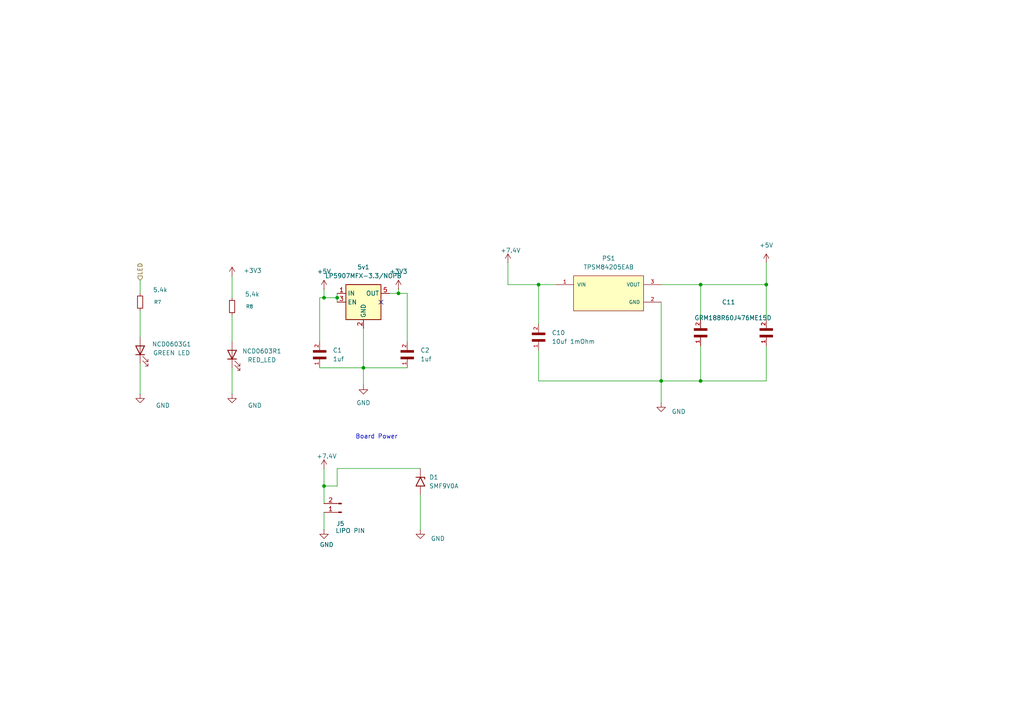
<source format=kicad_sch>
(kicad_sch (version 20250114) (generator "eeschema") (generator_version "9.0")
  (paper "A4")
  (lib_symbols
    (symbol "Connector:Conn_01x02_Pin" (pin_names (offset 1.016) (hide yes))
      (property "Reference" "J5" (at 1.524 3.302 0))
      (property "Value" "LIPO PIN" (at 1.778 5.334 0))
      (symbol "Conn_01x02_Pin_1_1"
        (rectangle (start 0.8636 0.127) (end 0 -0.127) (stroke (width 0.1524)) (fill (type outline)))
        (rectangle (start 0.8636 -2.413) (end 0 -2.667) (stroke (width 0.1524)) (fill (type outline)))
        (polyline (pts (xy 1.27 0) (xy 0.8636 0)) (stroke (width 0.1524)))
        (polyline (pts (xy 1.27 -2.54) (xy 0.8636 -2.54)) (stroke (width 0.1524)))
        (pin output line (at 5.08 0 180) (length 3.81) (name "7.4v") (number "1"))
        (pin input line (at 5.08 -2.54 180) (length 3.81) (name "GND") (number "2"))
      )
    )
    (symbol "Device:LED" (pin_numbers (hide yes)) (pin_names (offset 1.016) (hide yes))
      (property "Reference" "D" (at 0 2.54 0))
      (property "Value" "LED" (at 0 -2.54 0))
      (symbol "LED_0_1"
        (polyline (pts (xy -3.048 -0.762) (xy -4.572 -2.286) (xy -3.81 -2.286) (xy -4.572 -2.286) (xy -4.572 -1.524)))
        (polyline (pts (xy -1.778 -0.762) (xy -3.302 -2.286) (xy -2.54 -2.286) (xy -3.302 -2.286) (xy -3.302 -1.524)))
        (polyline (pts (xy -1.27 0) (xy 1.27 0)))
        (polyline (pts (xy -1.27 -1.27) (xy -1.27 1.27)) (stroke (width 0.254)))
        (polyline (pts (xy 1.27 -1.27) (xy 1.27 1.27) (xy -1.27 0) (xy 1.27 -1.27)) (stroke (width 0.254)))
      )
      (symbol "LED_1_1"
        (pin passive line (at -3.81 0 0) (length 2.54) (name "K") (number "1"))
        (pin passive line (at 3.81 0 180) (length 2.54) (name "A") (number "2"))
      )
    )
    (symbol "Device:R_Small" (pin_numbers (hide yes)) (pin_names (offset 0.254) (hide yes))
      (property "Reference" "R" (at 0 0 90))
      (property "Value" "R_Small" (at 1.778 0 90))
      (symbol "R_Small_0_1"
        (rectangle (start -0.762 1.778) (end 0.762 -1.778) (stroke (width 0.2032)))
      )
      (symbol "R_Small_1_1"
        (pin passive line (at 0 2.54 270) (length 0.762) (name "~") (number "1"))
        (pin passive line (at 0 -2.54 90) (length 0.762) (name "~") (number "2"))
      )
    )
    (symbol "Diode:SMF9V0A" (pin_numbers (hide yes)) (pin_names (offset 1.016) (hide yes))
      (property "Reference" "D" (at 0 2.54 0))
      (property "Value" "SMF9V0A" (at 0 -2.54 0))
      (symbol "SMF9V0A_0_1"
        (polyline (pts (xy -0.762 1.27) (xy -1.27 1.27) (xy -1.27 -1.27)) (stroke (width 0.254)))
        (polyline (pts (xy 1.27 1.27) (xy 1.27 -1.27) (xy -1.27 0) (xy 1.27 1.27)) (stroke (width 0.254)))
      )
      (symbol "SMF9V0A_1_1"
        (pin passive line (at -3.81 0 0) (length 2.54) (name "A1") (number "1"))
        (pin passive line (at 3.81 0 180) (length 2.54) (name "A2") (number "2"))
      )
    )
    (symbol "MCASE168SB7105MTNA01:MCASE168SB7105MTNA01" (pin_names (offset 1.016))
      (property "Reference" "C" (at -2.54 2.54 0))
      (property "Value" "MCASE168SB7105MTNA01" (at -2.54 -5.08 0))
      (symbol "MCASE168SB7105MTNA01_0_0"
        (rectangle (start 0 -1.9069) (end 0.635 1.905) (stroke (width 0.1)) (fill (type outline)))
        (rectangle (start 1.9069 -1.9069) (end 2.54 1.905) (stroke (width 0.1)) (fill (type outline)))
        (pin passive line (at -2.54 0 0) (length 2.54) (name "~") (number "1"))
        (pin passive line (at 5.08 0 180) (length 2.54) (name "~") (number "2"))
      )
    )
    (symbol "Regulator_Linear:LP5907MFX-3.3"
      (property "Reference" "U" (at -3.81 6.35 0))
      (property "Value" "LP5907MFX-3.3" (at 6.35 6.35 0))
      (symbol "LP5907MFX-3.3_0_1"
        (rectangle (start -5.08 -5.08) (end 5.08 5.08) (stroke (width 0.254)) (fill (type background)))
        (pin power_in line (at -7.62 2.54 0) (length 2.54) (name "IN") (number "1"))
        (pin input line (at -7.62 0 0) (length 2.54) (name "EN") (number "3"))
        (pin power_in line (at 0 -7.62 90) (length 2.54) (name "GND") (number "2"))
        (pin no_connect line (at 5.08 0 180) (length 2.54) (hide yes) (name "NC") (number "4"))
        (pin power_out line (at 7.62 2.54 180) (length 2.54) (name "OUT") (number "5"))
      )
    )
    (symbol "TPSM84205EAB:TPSM84205EAB" (pin_names (offset 1.016))
      (property "Reference" "PS" (at -10.16 5.588 0))
      (property "Value" "TPSM84205EAB" (at -10.16 -7.62 0))
      (symbol "TPSM84205EAB_0_0"
        (rectangle (start -10.16 -5.08) (end 10.16 5.08) (stroke (width 0.1524)) (fill (type background)))
        (pin input line (at -15.24 2.54 0) (length 5.08) (name "VIN") (number "1"))
        (pin output line (at 15.24 2.54 180) (length 5.08) (name "VOUT") (number "3"))
        (pin power_in line (at 15.24 -2.54 180) (length 5.08) (name "GND") (number "2"))
      )
    )
    (symbol "power:+3V3" (power) (pin_numbers (hide yes)) (pin_names (offset 0) (hide yes))
      (property "Value" "+3V3" (at 0 3.556 0))
      (symbol "+3V3_0_1"
        (polyline (pts (xy -0.762 1.27) (xy 0 2.54)))
        (polyline (pts (xy 0 2.54) (xy 0.762 1.27)))
        (polyline (pts (xy 0 0) (xy 0 2.54)))
      )
      (symbol "+3V3_1_1"
        (pin power_in line (at 0 0 90) (length 0) (name "~") (number "1"))
      )
    )
    (symbol "power:+5V" (power) (pin_numbers (hide yes)) (pin_names (offset 0) (hide yes))
      (property "Value" "+5V" (at 0 3.556 0))
      (symbol "+5V_0_1"
        (polyline (pts (xy -0.762 1.27) (xy 0 2.54)))
        (polyline (pts (xy 0 2.54) (xy 0.762 1.27)))
        (polyline (pts (xy 0 0) (xy 0 2.54)))
      )
      (symbol "+5V_1_1"
        (pin power_in line (at 0 0 90) (length 0) (name "~") (number "1"))
      )
    )
    (symbol "power:+7.5V" (power) (pin_numbers (hide yes)) (pin_names (offset 0) (hide yes))
      (property "Value" "+7.5V" (at 0 3.556 0))
      (symbol "+7.5V_0_1"
        (polyline (pts (xy -0.762 1.27) (xy 0 2.54)))
        (polyline (pts (xy 0 2.54) (xy 0.762 1.27)))
        (polyline (pts (xy 0 0) (xy 0 2.54)))
      )
      (symbol "+7.5V_1_1"
        (pin power_in line (at 0 0 90) (length 0) (name "~") (number "1"))
      )
    )
    (symbol "power:GND" (power) (pin_numbers (hide yes)) (pin_names (offset 0) (hide yes))
      (property "Value" "GND" (at 0 -3.81 0))
      (symbol "GND_0_1"
        (polyline (pts (xy 0 0) (xy 0 -1.27) (xy 1.27 -1.27) (xy 0 -2.54) (xy -1.27 -1.27) (xy 0 -1.27)))
      )
      (symbol "GND_1_1"
        (pin power_in line (at 0 0 270) (length 0) (name "~") (number "1"))
      )
    )
  )
  (text "Board Power" (at 109.22 126.746 0) (effects (font (size 1.27 1.27))))
  (junction (at 105.41 106.68))
  (junction (at 97.79 86.36))
  (junction (at 115.57 85.09))
  (junction (at 191.77 110.49))
  (junction (at 93.98 86.36))
  (junction (at 203.2 110.49))
  (junction (at 203.2 82.55))
  (junction (at 222.25 82.55))
  (junction (at 156.21 82.55))
  (junction (at 93.98 140.97))
  (no_connect (at 110.49 87.63))
  (wire (pts (xy 93.98 140.97) (xy 93.98 146.05)))
  (wire (pts (xy 203.2 110.49) (xy 191.77 110.49)))
  (wire (pts (xy 67.31 114.3) (xy 67.31 106.68)))
  (wire (pts (xy 203.2 82.55) (xy 222.25 82.55)))
  (wire (pts (xy 121.92 143.51) (xy 121.92 153.67)))
  (wire (pts (xy 222.25 110.49) (xy 203.2 110.49)))
  (wire (pts (xy 105.41 111.76) (xy 105.41 106.68)))
  (wire (pts (xy 67.31 80.01) (xy 67.31 86.36)))
  (wire (pts (xy 93.98 153.67) (xy 93.98 148.59)))
  (wire (pts (xy 92.71 86.36) (xy 92.71 99.06)))
  (wire (pts (xy 92.71 106.68) (xy 105.41 106.68)))
  (wire (pts (xy 93.98 135.89) (xy 93.98 140.97)))
  (wire (pts (xy 40.64 81.28) (xy 40.64 85.09)))
  (wire (pts (xy 118.11 99.06) (xy 118.11 85.09)))
  (wire (pts (xy 105.41 106.68) (xy 118.11 106.68)))
  (wire (pts (xy 147.32 82.55) (xy 156.21 82.55)))
  (wire (pts (xy 121.92 135.89) (xy 97.79 135.89)))
  (wire (pts (xy 156.21 101.6) (xy 156.21 110.49)))
  (wire (pts (xy 156.21 82.55) (xy 156.21 93.98)))
  (wire (pts (xy 115.57 83.82) (xy 115.57 85.09)))
  (wire (pts (xy 97.79 140.97) (xy 93.98 140.97)))
  (wire (pts (xy 97.79 135.89) (xy 97.79 140.97)))
  (wire (pts (xy 40.64 90.17) (xy 40.64 97.79)))
  (wire (pts (xy 93.98 83.82) (xy 93.98 86.36)))
  (wire (pts (xy 222.25 76.2) (xy 222.25 82.55)))
  (wire (pts (xy 67.31 91.44) (xy 67.31 99.06)))
  (wire (pts (xy 222.25 100.33) (xy 222.25 110.49)))
  (wire (pts (xy 97.79 86.36) (xy 93.98 86.36)))
  (wire (pts (xy 105.41 95.25) (xy 105.41 106.68)))
  (wire (pts (xy 156.21 82.55) (xy 161.29 82.55)))
  (wire (pts (xy 222.25 82.55) (xy 222.25 92.71)))
  (wire (pts (xy 191.77 82.55) (xy 203.2 82.55)))
  (wire (pts (xy 97.79 85.09) (xy 97.79 86.36)))
  (wire (pts (xy 203.2 82.55) (xy 203.2 92.71)))
  (wire (pts (xy 97.79 86.36) (xy 97.79 87.63)))
  (wire (pts (xy 147.32 76.2) (xy 147.32 82.55)))
  (wire (pts (xy 115.57 85.09) (xy 118.11 85.09)))
  (wire (pts (xy 156.21 110.49) (xy 191.77 110.49)))
  (wire (pts (xy 191.77 116.84) (xy 191.77 110.49)))
  (wire (pts (xy 93.98 86.36) (xy 92.71 86.36)))
  (wire (pts (xy 191.77 87.63) (xy 191.77 110.49)))
  (wire (pts (xy 113.03 85.09) (xy 115.57 85.09)))
  (wire (pts (xy 40.64 114.3) (xy 40.64 105.41)))
  (wire (pts (xy 203.2 100.33) (xy 203.2 110.49)))
  (hierarchical_label "LED" (shape input) (at 40.64 81.28 90))
  (symbol (lib_id "MCASE168SB7105MTNA01:MCASE168SB7105MTNA01") (at 92.71 104.14 90) (unit 1)
    (property "Reference" "C1" (at 96.52 101.5999 90) (effects (justify right)))
    (property "Value" "1uf" (at 96.52 104.1399 90) (effects (justify right)))
    (property "Footprint" "Capacitor_SMD:C_0402_1005Metric" (effects (hide yes)))
    (property "MF" "Taiyo Yuden" (effects (hide yes)))
    (property "MAXIMUM_PACKAGE_HEIGHT" "0.9mm" (effects (hide yes)))
    (property "Package" "0603-2 TAIYO" (effects (hide yes)))
    (property "Price" "None" (effects (hide yes)))
    (property "Check_prices" "https://www.snapeda.com/parts/MCASE168SB7105MTNA01/Taiyo+Yuden/view-part/?ref=eda" (effects (hide yes)))
    (property "STANDARD" "IPC-7351B" (effects (hide yes)))
    (property "PARTREV" "NA" (effects (hide yes)))
    (property "SnapEDA_Link" "https://www.snapeda.com/parts/MCASE168SB7105MTNA01/Taiyo+Yuden/view-part/?ref=snap" (effects (hide yes)))
    (property "MP" "MCASE168SB7105MTNA01" (effects (hide yes)))
    (property "Description_1" "1uF 16V 20% Multilayer Ceramic Capacitor X7R 0603 (1608 Metric)" (effects (hide yes)))
    (property "Availability" "In Stock" (effects (hide yes)))
    (property "MANUFACTURER" "Taiyo Yuden" (effects (hide yes)))
  )
  (symbol (lib_id "power:+3V3") (at 67.31 80.01 0) (unit 1)
    (property "Reference" "#PWR016" (effects (hide yes)))
    (property "Value" "+3V3" (at 70.612 78.486 0) (effects (justify left)))
    (property "Description" "Power symbol creates a global label with name \"+3V3\"" (effects (hide yes)))
  )
  (symbol (lib_id "power:GND") (at 121.92 153.67 0) (unit 1)
    (property "Reference" "#PWR055" (effects (hide yes)))
    (property "Value" "GND" (at 127 156.21 0))
    (property "Description" "Power symbol creates a global label with name \"GND\" , ground" (effects (hide yes)))
  )
  (symbol (lib_id "MCASE168SB7105MTNA01:MCASE168SB7105MTNA01") (at 222.25 97.79 90) (unit 1)
    (property "Reference" "C13" (effects (hide yes)))
    (property "Value" "GRM188R60J476ME15D" (effects (hide yes)))
    (property "Footprint" "Capacitor:CAPC1608X100N" (effects (hide yes)))
    (property "Datasheet" "https://www.mouser.co.uk/datasheet/2/40/KGM_X6S-3223173.pdf" (effects (hide yes)))
    (property "Description" "Multilayer Ceramic Capacitors MLCC - SMD/SMT 4V 47uF X6S 0603 20%" (effects (hide yes)))
    (property "Height" "1" (effects (hide yes)))
    (property "Mouser Part Number" "581-06034W476MAT2A" (effects (hide yes)))
    (property "Mouser Price/Stock" "https://www.mouser.co.uk/ProductDetail/KYOCERA-AVX/06034W476MAT2A?qs=Znm5pLBrcAKygBdcRiKAig%3D%3D" (effects (hide yes)))
    (property "Manufacturer_Name" "Kyocera AVX" (effects (hide yes)))
    (property "Manufacturer_Part_Number" "06034W476MAT2A" (effects (hide yes)))
    (property "Height" "1" (effects (hide yes)))
    (property "Mouser Part Number" "581-06034W476MAT2A" (effects (hide yes)))
  )
  (symbol (lib_id "Device:R_Small") (at 40.64 87.63 0) (unit 1)
    (property "Reference" "R7" (at 45.72 87.63 0) (effects (font (size 1.016 1.016))))
    (property "Value" "5.4k" (at 46.482 84.074 0))
    (property "Footprint" "Resistor_SMD:R_0402_1005Metric" (effects (hide yes)))
    (property "Description" "Resistor, small symbol" (effects (hide yes)))
  )
  (symbol (lib_id "MCASE168SB7105MTNA01:MCASE168SB7105MTNA01") (at 156.21 99.06 90) (unit 1)
    (property "Reference" "C10" (at 160.02 96.5199 90) (effects (justify right)))
    (property "Value" "10uf 1mOhm" (at 160.02 99.0599 90) (effects (justify right)))
    (property "Footprint" "Capacitor_SMD:C_0805_2012Metric" (effects (hide yes)))
    (property "MF" "Taiyo Yuden" (effects (hide yes)))
    (property "MAXIMUM_PACKAGE_HEIGHT" "0.9mm" (effects (hide yes)))
    (property "Package" "0603-2 TAIYO" (effects (hide yes)))
    (property "Price" "None" (effects (hide yes)))
    (property "Check_prices" "https://www.snapeda.com/parts/MCASE168SB7105MTNA01/Taiyo+Yuden/view-part/?ref=eda" (effects (hide yes)))
    (property "STANDARD" "IPC-7351B" (effects (hide yes)))
    (property "PARTREV" "NA" (effects (hide yes)))
    (property "SnapEDA_Link" "https://www.snapeda.com/parts/MCASE168SB7105MTNA01/Taiyo+Yuden/view-part/?ref=snap" (effects (hide yes)))
    (property "MP" "MCASE168SB7105MTNA01" (effects (hide yes)))
    (property "Description_1" "1uF 16V 20% Multilayer Ceramic Capacitor X7R 0603 (1608 Metric)" (effects (hide yes)))
    (property "Availability" "In Stock" (effects (hide yes)))
    (property "MANUFACTURER" "Taiyo Yuden" (effects (hide yes)))
  )
  (symbol (lib_id "MCASE168SB7105MTNA01:MCASE168SB7105MTNA01") (at 118.11 104.14 90) (unit 1)
    (property "Reference" "C2" (at 121.92 101.5999 90) (effects (justify right)))
    (property "Value" "1uf" (at 121.92 104.1399 90) (effects (justify right)))
    (property "Footprint" "Capacitor_SMD:C_0402_1005Metric" (effects (hide yes)))
    (property "MF" "Taiyo Yuden" (effects (hide yes)))
    (property "MAXIMUM_PACKAGE_HEIGHT" "0.9mm" (effects (hide yes)))
    (property "Package" "0603-2 TAIYO" (effects (hide yes)))
    (property "Price" "None" (effects (hide yes)))
    (property "Check_prices" "https://www.snapeda.com/parts/MCASE168SB7105MTNA01/Taiyo+Yuden/view-part/?ref=eda" (effects (hide yes)))
    (property "STANDARD" "IPC-7351B" (effects (hide yes)))
    (property "PARTREV" "NA" (effects (hide yes)))
    (property "SnapEDA_Link" "https://www.snapeda.com/parts/MCASE168SB7105MTNA01/Taiyo+Yuden/view-part/?ref=snap" (effects (hide yes)))
    (property "MP" "MCASE168SB7105MTNA01" (effects (hide yes)))
    (property "Description_1" "1uF 16V 20% Multilayer Ceramic Capacitor X7R 0603 (1608 Metric)" (effects (hide yes)))
    (property "Availability" "In Stock" (effects (hide yes)))
    (property "MANUFACTURER" "Taiyo Yuden" (effects (hide yes)))
  )
  (symbol (lib_id "power:GND") (at 67.31 114.3 0) (unit 1)
    (property "Reference" "#PWR017" (effects (hide yes)))
    (property "Value" "GND" (at 73.914 117.602 0))
    (property "Description" "Power symbol creates a global label with name \"GND\" , ground" (effects (hide yes)))
  )
  (symbol (lib_id "power:GND") (at 105.41 111.76 0) (unit 1)
    (property "Reference" "#PWR015" (effects (hide yes)))
    (property "Value" "GND" (at 105.41 116.84 0))
    (property "Description" "Power symbol creates a global label with name \"GND\" , ground" (effects (hide yes)))
  )
  (symbol (lib_id "power:+5V") (at 93.98 83.82 0) (unit 1)
    (property "Reference" "#PWR013" (effects (hide yes)))
    (property "Value" "+5V" (at 93.98 78.74 0))
    (property "Description" "Power symbol creates a global label with name \"+5V\"" (effects (hide yes)))
  )
  (symbol (lib_id "power:+7.5V") (at 93.98 135.89 0) (unit 1)
    (property "Reference" "#PWR028" (effects (hide yes)))
    (property "Value" "+7.4V" (at 94.742 132.334 0))
    (property "Description" "Power symbol creates a global label with name \"+7.5V\"" (effects (hide yes)))
  )
  (symbol (lib_id "power:GND") (at 191.77 116.84 0) (unit 1)
    (property "Reference" "#PWR026" (effects (hide yes)))
    (property "Value" "GND" (at 196.85 119.38 0))
    (property "Description" "Power symbol creates a global label with name \"GND\" , ground" (effects (hide yes)))
  )
  (symbol (lib_id "Regulator_Linear:LP5907MFX-3.3") (at 105.41 87.63 0) (unit 1)
    (property "Reference" "5v1" (at 105.41 77.47 0))
    (property "Value" "LP5907MFX-3.3/NOPB" (at 105.41 80.01 0))
    (property "Footprint" "Package_TO_SOT_SMD:SOT-23-5" (effects (hide yes)))
    (property "Datasheet" "http://www.ti.com/lit/ds/symlink/lp5907.pdf" (effects (hide yes)))
    (property "Description" "250-mA Ultra-Low-Noise Low-IQ LDO, 3.3V, SOT-23" (effects (hide yes)))
  )
  (symbol (lib_id "Device:LED") (at 67.31 102.87 90) (unit 1)
    (property "Reference" "NCD0603R1" (at 75.946 101.854 90))
    (property "Value" "RED_LED" (at 75.946 104.394 90))
    (property "Footprint" "LED_SMD:LED_0603_1608Metric" (effects (hide yes)))
    (property "Description" "Light emitting diode" (effects (hide yes)))
    (property "Sim.Pins" "1=K 2=A" (effects (hide yes)))
  )
  (symbol (lib_id "power:GND") (at 93.98 153.67 0) (unit 1)
    (property "Reference" "#PWR029" (effects (hide yes)))
    (property "Value" "GND" (at 94.742 157.988 0))
    (property "Description" "Power symbol creates a global label with name \"GND\" , ground" (effects (hide yes)))
  )
  (symbol (lib_id "TPSM84205EAB:TPSM84205EAB") (at 176.53 85.09 0) (unit 1)
    (property "Reference" "PS1" (at 176.53 74.93 0))
    (property "Value" "TPSM84205EAB" (at 176.53 77.47 0))
    (property "Footprint" "footprints:CONV_TPSM84205EAB" (effects (hide yes)))
    (property "STANDARD" "Manufacturer Recommendations" (effects (hide yes)))
    (property "MAXIMUM_PACKAGE_HEIGHT" "11.1mm" (effects (hide yes)))
    (property "MANUFACTURER" "Texas Instruments" (effects (hide yes)))
  )
  (symbol (lib_id "power:GND") (at 40.64 114.3 0) (unit 1)
    (property "Reference" "#PWR035" (effects (hide yes)))
    (property "Value" "GND" (at 47.244 117.602 0))
    (property "Description" "Power symbol creates a global label with name \"GND\" , ground" (effects (hide yes)))
  )
  (symbol (lib_id "Connector:Conn_01x02_Pin") (at 99.06 148.59 180) (unit 1)
    (property "Reference" "J5" (at 97.536 151.892 0) (effects (justify right)))
    (property "Value" "LIPO PIN" (at 97.282 153.924 0) (effects (justify right)))
    (property "Footprint" "Connector_JST:JST_PH_B2B-PH-K_1x02_P2.00mm_Vertical" (effects (hide yes)))
    (property "Description" "Generic connector, single row, 01x02, script generated" (effects (hide yes)))
  )
  (symbol (lib_id "Diode:SMF9V0A") (at 121.92 139.7 270) (unit 1)
    (property "Reference" "D1" (at 124.46 138.4299 90) (effects (justify left)))
    (property "Value" "SMF9V0A" (at 124.46 140.9699 90) (effects (justify left)))
    (property "Footprint" "Diode_SMD:D_SMF" (effects (hide yes)))
    (property "Datasheet" "https://www.vishay.com/doc?85881" (effects (hide yes)))
    (property "Description" "200W unidirectional Transil Transient Voltage Suppressor, 9Vrwm, SMF" (effects (hide yes)))
  )
  (symbol (lib_id "power:+5V") (at 222.25 76.2 0) (unit 1)
    (property "Reference" "#PWR027" (effects (hide yes)))
    (property "Value" "+5V" (at 222.25 71.12 0))
    (property "Description" "Power symbol creates a global label with name \"+5V\"" (effects (hide yes)))
  )
  (symbol (lib_id "Device:R_Small") (at 67.31 88.9 0) (unit 1)
    (property "Reference" "R8" (at 72.39 88.9 0) (effects (font (size 1.016 1.016))))
    (property "Value" "5.4k" (at 73.152 85.344 0))
    (property "Footprint" "Resistor_SMD:R_0402_1005Metric" (effects (hide yes)))
    (property "Description" "Resistor, small symbol" (effects (hide yes)))
  )
  (symbol (lib_id "power:+7.5V") (at 147.32 76.2 0) (unit 1)
    (property "Reference" "#PWR025" (effects (hide yes)))
    (property "Value" "+7.4V" (at 148.082 72.644 0))
    (property "Description" "Power symbol creates a global label with name \"+7.5V\"" (effects (hide yes)))
  )
  (symbol (lib_id "MCASE168SB7105MTNA01:MCASE168SB7105MTNA01") (at 203.2 97.79 90) (unit 1)
    (property "Reference" "C11" (at 211.328 87.63 90))
    (property "Value" "GRM188R60J476ME15D" (at 212.598 92.202 90))
    (property "Footprint" "Capacitor:EEEHP1H4R7P" (effects (hide yes)))
    (property "Datasheet" "https://www.mouser.co.uk/datasheet/2/40/KGM_X6S-3223173.pdf" (effects (hide yes)))
    (property "Description" "Multilayer Ceramic Capacitors MLCC - SMD/SMT 4V 47uF X6S 0603 20%" (effects (hide yes)))
    (property "Height" "1" (effects (hide yes)))
    (property "Mouser Part Number" "581-06034W476MAT2A" (effects (hide yes)))
    (property "Mouser Price/Stock" "https://www.mouser.co.uk/ProductDetail/KYOCERA-AVX/06034W476MAT2A?qs=Znm5pLBrcAKygBdcRiKAig%3D%3D" (effects (hide yes)))
    (property "Manufacturer_Name" "Kyocera AVX" (effects (hide yes)))
    (property "Manufacturer_Part_Number" "06034W476MAT2A" (effects (hide yes)))
    (property "Height" "1" (effects (hide yes)))
    (property "Mouser Part Number" "581-06034W476MAT2A" (effects (hide yes)))
  )
  (symbol (lib_id "Device:LED") (at 40.64 101.6 90) (unit 1)
    (property "Reference" "NCD0603G1" (at 49.784 99.822 90))
    (property "Value" "GREEN LED" (at 49.784 102.362 90))
    (property "Footprint" "LED_SMD:LED_0603_1608Metric" (effects (hide yes)))
    (property "Description" "Light emitting diode" (effects (hide yes)))
    (property "Sim.Pins" "1=K 2=A" (effects (hide yes)))
  )
  (symbol (lib_id "power:+3V3") (at 115.57 83.82 0) (unit 1)
    (property "Reference" "#PWR014" (effects (hide yes)))
    (property "Value" "+3V3" (at 115.57 78.74 0))
    (property "Description" "Power symbol creates a global label with name \"+3V3\"" (effects (hide yes)))
  )
)
</source>
